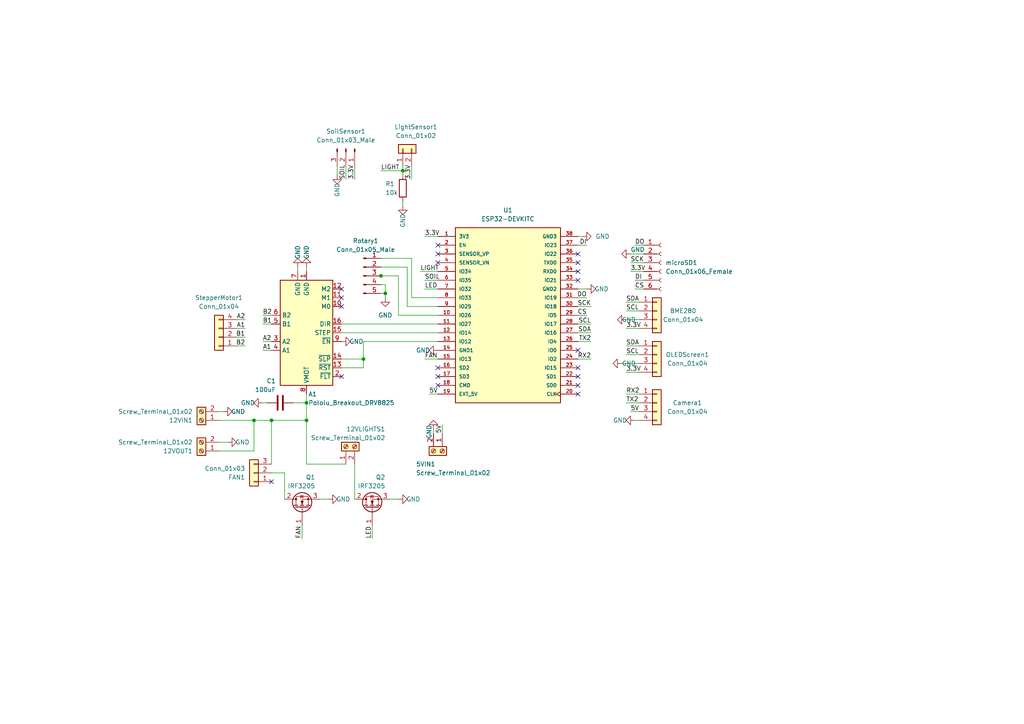
<source format=kicad_sch>
(kicad_sch (version 20211123) (generator eeschema)
  (paper "A4")
  (lib_symbols
    (symbol "Connector:Conn_01x03_Male" (pin_names (offset 1.016) hide)
      (property "Reference" "J" (at 0 5.08 0))
      (property "Value" "Conn_01x03_Male" (at 0 -5.08 0))
      (symbol "Conn_01x03_Male_1_1"
        (polyline (pts (xy 1.27 -2.54) (xy 0.8636 -2.54)) (stroke (width 0.1524)))
        (polyline (pts (xy 1.27 0) (xy 0.8636 0)) (stroke (width 0.1524)))
        (polyline (pts (xy 1.27 2.54) (xy 0.8636 2.54)) (stroke (width 0.1524)))
        (rectangle (start 0.8636 -2.413) (end 0 -2.667) (stroke (width 0.1524)) (fill (type outline)))
        (rectangle (start 0.8636 0.127) (end 0 -0.127) (stroke (width 0.1524)) (fill (type outline)))
        (rectangle (start 0.8636 2.667) (end 0 2.413) (stroke (width 0.1524)) (fill (type outline)))
        (pin passive line (at 5.08 2.54 180) (length 3.81) (name "Pin_1") (number "1"))
        (pin passive line (at 5.08 0 180) (length 3.81) (name "Pin_2") (number "2"))
        (pin passive line (at 5.08 -2.54 180) (length 3.81) (name "Pin_3") (number "3"))
      )
    )
    (symbol "Connector:Conn_01x05_Male" (pin_names (offset 1.016) hide)
      (property "Reference" "J" (at 0 7.62 0))
      (property "Value" "Conn_01x05_Male" (at 0 -7.62 0))
      (symbol "Conn_01x05_Male_1_1"
        (polyline (pts (xy 1.27 -5.08) (xy 0.8636 -5.08)) (stroke (width 0.1524)))
        (polyline (pts (xy 1.27 -2.54) (xy 0.8636 -2.54)) (stroke (width 0.1524)))
        (polyline (pts (xy 1.27 0) (xy 0.8636 0)) (stroke (width 0.1524)))
        (polyline (pts (xy 1.27 2.54) (xy 0.8636 2.54)) (stroke (width 0.1524)))
        (polyline (pts (xy 1.27 5.08) (xy 0.8636 5.08)) (stroke (width 0.1524)))
        (rectangle (start 0.8636 -4.953) (end 0 -5.207) (stroke (width 0.1524)) (fill (type outline)))
        (rectangle (start 0.8636 -2.413) (end 0 -2.667) (stroke (width 0.1524)) (fill (type outline)))
        (rectangle (start 0.8636 0.127) (end 0 -0.127) (stroke (width 0.1524)) (fill (type outline)))
        (rectangle (start 0.8636 2.667) (end 0 2.413) (stroke (width 0.1524)) (fill (type outline)))
        (rectangle (start 0.8636 5.207) (end 0 4.953) (stroke (width 0.1524)) (fill (type outline)))
        (pin passive line (at 5.08 5.08 180) (length 3.81) (name "Pin_1") (number "1"))
        (pin passive line (at 5.08 2.54 180) (length 3.81) (name "Pin_2") (number "2"))
        (pin passive line (at 5.08 0 180) (length 3.81) (name "Pin_3") (number "3"))
        (pin passive line (at 5.08 -2.54 180) (length 3.81) (name "Pin_4") (number "4"))
        (pin passive line (at 5.08 -5.08 180) (length 3.81) (name "Pin_5") (number "5"))
      )
    )
    (symbol "Connector:Conn_01x06_Female" (pin_names (offset 1.016) hide)
      (property "Reference" "J" (at 0 7.62 0))
      (property "Value" "Conn_01x06_Female" (at 0 -10.16 0))
      (symbol "Conn_01x06_Female_1_1"
        (arc (start 0 -7.112) (mid -0.508 -7.62) (end 0 -8.128) (stroke (width 0.1524)))
        (arc (start 0 -4.572) (mid -0.508 -5.08) (end 0 -5.588) (stroke (width 0.1524)))
        (arc (start 0 -2.032) (mid -0.508 -2.54) (end 0 -3.048) (stroke (width 0.1524)))
        (polyline (pts (xy -1.27 -7.62) (xy -0.508 -7.62)) (stroke (width 0.1524)))
        (polyline (pts (xy -1.27 -5.08) (xy -0.508 -5.08)) (stroke (width 0.1524)))
        (polyline (pts (xy -1.27 -2.54) (xy -0.508 -2.54)) (stroke (width 0.1524)))
        (polyline (pts (xy -1.27 0) (xy -0.508 0)) (stroke (width 0.1524)))
        (polyline (pts (xy -1.27 2.54) (xy -0.508 2.54)) (stroke (width 0.1524)))
        (polyline (pts (xy -1.27 5.08) (xy -0.508 5.08)) (stroke (width 0.1524)))
        (arc (start 0 0.508) (mid -0.508 0) (end 0 -0.508) (stroke (width 0.1524)))
        (arc (start 0 3.048) (mid -0.508 2.54) (end 0 2.032) (stroke (width 0.1524)))
        (arc (start 0 5.588) (mid -0.508 5.08) (end 0 4.572) (stroke (width 0.1524)))
        (pin passive line (at -5.08 5.08 0) (length 3.81) (name "Pin_1") (number "1"))
        (pin passive line (at -5.08 2.54 0) (length 3.81) (name "Pin_2") (number "2"))
        (pin passive line (at -5.08 0 0) (length 3.81) (name "Pin_3") (number "3"))
        (pin passive line (at -5.08 -2.54 0) (length 3.81) (name "Pin_4") (number "4"))
        (pin passive line (at -5.08 -5.08 0) (length 3.81) (name "Pin_5") (number "5"))
        (pin passive line (at -5.08 -7.62 0) (length 3.81) (name "Pin_6") (number "6"))
      )
    )
    (symbol "Connector:Screw_Terminal_01x02" (pin_names (offset 1.016) hide)
      (property "Reference" "J" (at 0 2.54 0))
      (property "Value" "Screw_Terminal_01x02" (at 0 -5.08 0))
      (symbol "Screw_Terminal_01x02_1_1"
        (rectangle (start -1.27 1.27) (end 1.27 -3.81) (stroke (width 0.254)) (fill (type background)))
        (circle (center 0 -2.54) (radius 0.635) (stroke (width 0.1524)))
        (polyline (pts (xy -0.5334 -2.2098) (xy 0.3302 -3.048)) (stroke (width 0.1524)))
        (polyline (pts (xy -0.5334 0.3302) (xy 0.3302 -0.508)) (stroke (width 0.1524)))
        (polyline (pts (xy -0.3556 -2.032) (xy 0.508 -2.8702)) (stroke (width 0.1524)))
        (polyline (pts (xy -0.3556 0.508) (xy 0.508 -0.3302)) (stroke (width 0.1524)))
        (circle (center 0 0) (radius 0.635) (stroke (width 0.1524)))
        (pin passive line (at -5.08 0 0) (length 3.81) (name "Pin_1") (number "1"))
        (pin passive line (at -5.08 -2.54 0) (length 3.81) (name "Pin_2") (number "2"))
      )
    )
    (symbol "Connector_Generic:Conn_01x02" (pin_names (offset 1.016) hide)
      (property "Reference" "J" (at 0 2.54 0))
      (property "Value" "Conn_01x02" (at 0 -5.08 0))
      (symbol "Conn_01x02_1_1"
        (rectangle (start -1.27 -2.413) (end 0 -2.667) (stroke (width 0.1524)))
        (rectangle (start -1.27 0.127) (end 0 -0.127) (stroke (width 0.1524)))
        (rectangle (start -1.27 1.27) (end 1.27 -3.81) (stroke (width 0.254)) (fill (type background)))
        (pin passive line (at -5.08 0 0) (length 3.81) (name "Pin_1") (number "1"))
        (pin passive line (at -5.08 -2.54 0) (length 3.81) (name "Pin_2") (number "2"))
      )
    )
    (symbol "Connector_Generic:Conn_01x03" (pin_names (offset 1.016) hide)
      (property "Reference" "J" (at 0 5.08 0))
      (property "Value" "Conn_01x03" (at 0 -5.08 0))
      (symbol "Conn_01x03_1_1"
        (rectangle (start -1.27 -2.413) (end 0 -2.667) (stroke (width 0.1524)))
        (rectangle (start -1.27 0.127) (end 0 -0.127) (stroke (width 0.1524)))
        (rectangle (start -1.27 2.667) (end 0 2.413) (stroke (width 0.1524)))
        (rectangle (start -1.27 3.81) (end 1.27 -3.81) (stroke (width 0.254)) (fill (type background)))
        (pin passive line (at -5.08 2.54 0) (length 3.81) (name "Pin_1") (number "1"))
        (pin passive line (at -5.08 0 0) (length 3.81) (name "Pin_2") (number "2"))
        (pin passive line (at -5.08 -2.54 0) (length 3.81) (name "Pin_3") (number "3"))
      )
    )
    (symbol "Connector_Generic:Conn_01x04" (pin_names (offset 1.016) hide)
      (property "Reference" "J" (at 0 5.08 0))
      (property "Value" "Conn_01x04" (at 0 -7.62 0))
      (symbol "Conn_01x04_1_1"
        (rectangle (start -1.27 -4.953) (end 0 -5.207) (stroke (width 0.1524)))
        (rectangle (start -1.27 -2.413) (end 0 -2.667) (stroke (width 0.1524)))
        (rectangle (start -1.27 0.127) (end 0 -0.127) (stroke (width 0.1524)))
        (rectangle (start -1.27 2.667) (end 0 2.413) (stroke (width 0.1524)))
        (rectangle (start -1.27 3.81) (end 1.27 -6.35) (stroke (width 0.254)) (fill (type background)))
        (pin passive line (at -5.08 2.54 0) (length 3.81) (name "Pin_1") (number "1"))
        (pin passive line (at -5.08 0 0) (length 3.81) (name "Pin_2") (number "2"))
        (pin passive line (at -5.08 -2.54 0) (length 3.81) (name "Pin_3") (number "3"))
        (pin passive line (at -5.08 -5.08 0) (length 3.81) (name "Pin_4") (number "4"))
      )
    )
    (symbol "Device:C" (pin_numbers hide) (pin_names (offset 0.254))
      (property "Reference" "C" (at 0.635 2.54 0))
      (property "Value" "C" (at 0.635 -2.54 0))
      (symbol "C_0_1"
        (polyline (pts (xy -2.032 -0.762) (xy 2.032 -0.762)) (stroke (width 0.508)))
        (polyline (pts (xy -2.032 0.762) (xy 2.032 0.762)) (stroke (width 0.508)))
      )
      (symbol "C_1_1"
        (pin passive line (at 0 3.81 270) (length 2.794) (name "~") (number "1"))
        (pin passive line (at 0 -3.81 90) (length 2.794) (name "~") (number "2"))
      )
    )
    (symbol "Device:R" (pin_numbers hide) (pin_names (offset 0))
      (property "Reference" "R" (at 2.032 0 90))
      (property "Value" "R" (at 0 0 90))
      (symbol "R_0_1"
        (rectangle (start -1.016 -2.54) (end 1.016 2.54) (stroke (width 0.254)))
      )
      (symbol "R_1_1"
        (pin passive line (at 0 3.81 270) (length 1.27) (name "~") (number "1"))
        (pin passive line (at 0 -3.81 90) (length 1.27) (name "~") (number "2"))
      )
    )
    (symbol "Driver_Motor:Pololu_Breakout_DRV8825"
      (property "Reference" "A" (at -2.54 16.51 0))
      (property "Value" "Pololu_Breakout_DRV8825" (at -2.54 13.97 0))
      (symbol "Pololu_Breakout_DRV8825_0_1"
        (rectangle (start 7.62 -17.78) (end -7.62 12.7) (stroke (width 0.254)) (fill (type background)))
      )
      (symbol "Pololu_Breakout_DRV8825_1_1"
        (pin power_in line (at 0 -20.32 90) (length 2.54) (name "GND") (number "1"))
        (pin input line (at -10.16 -10.16 0) (length 2.54) (name "M0") (number "10"))
        (pin input line (at -10.16 -12.7 0) (length 2.54) (name "M1") (number "11"))
        (pin input line (at -10.16 -15.24 0) (length 2.54) (name "M2") (number "12"))
        (pin input line (at -10.16 7.62 0) (length 2.54) (name "~{RST}") (number "13"))
        (pin input line (at -10.16 5.08 0) (length 2.54) (name "~{SLP}") (number "14"))
        (pin input line (at -10.16 -2.54 0) (length 2.54) (name "STEP") (number "15"))
        (pin input line (at -10.16 -5.08 0) (length 2.54) (name "DIR") (number "16"))
        (pin output line (at -10.16 10.16 0) (length 2.54) (name "~{FLT}") (number "2"))
        (pin output line (at 10.16 0 180) (length 2.54) (name "A2") (number "3"))
        (pin output line (at 10.16 2.54 180) (length 2.54) (name "A1") (number "4"))
        (pin output line (at 10.16 -5.08 180) (length 2.54) (name "B1") (number "5"))
        (pin output line (at 10.16 -7.62 180) (length 2.54) (name "B2") (number "6"))
        (pin power_in line (at 2.54 -20.32 90) (length 2.54) (name "GND") (number "7"))
        (pin power_in line (at 0 15.24 270) (length 2.54) (name "VMOT") (number "8"))
        (pin input line (at -10.16 0 0) (length 2.54) (name "~{EN}") (number "9"))
      )
    )
    (symbol "ESP32-DEVKITC:ESP32-DEVKITC" (pin_names (offset 1.016))
      (property "Reference" "U" (at -15.2654 26.0604 0))
      (property "Value" "ESP32-DEVKITC" (at -15.2654 -27.9654 0))
      (symbol "ESP32-DEVKITC_0_0"
        (rectangle (start -15.24 -25.4) (end 15.24 25.4) (stroke (width 0.254)) (fill (type background)))
        (pin power_in line (at -20.32 22.86 0) (length 5.08) (name "3V3") (number "1"))
        (pin bidirectional line (at -20.32 0 0) (length 5.08) (name "IO26") (number "10"))
        (pin bidirectional line (at -20.32 -2.54 0) (length 5.08) (name "IO27") (number "11"))
        (pin bidirectional line (at -20.32 -5.08 0) (length 5.08) (name "IO14") (number "12"))
        (pin bidirectional line (at -20.32 -7.62 0) (length 5.08) (name "IO12") (number "13"))
        (pin power_in line (at -20.32 -10.16 0) (length 5.08) (name "GND1") (number "14"))
        (pin bidirectional line (at -20.32 -12.7 0) (length 5.08) (name "IO13") (number "15"))
        (pin bidirectional line (at -20.32 -15.24 0) (length 5.08) (name "SD2") (number "16"))
        (pin bidirectional line (at -20.32 -17.78 0) (length 5.08) (name "SD3") (number "17"))
        (pin bidirectional line (at -20.32 -20.32 0) (length 5.08) (name "CMD") (number "18"))
        (pin power_in line (at -20.32 -22.86 0) (length 5.08) (name "EXT_5V") (number "19"))
        (pin input line (at -20.32 20.32 0) (length 5.08) (name "EN") (number "2"))
        (pin input clock (at 20.32 -22.86 180) (length 5.08) (name "CLK") (number "20"))
        (pin bidirectional line (at 20.32 -20.32 180) (length 5.08) (name "SD0") (number "21"))
        (pin bidirectional line (at 20.32 -17.78 180) (length 5.08) (name "SD1") (number "22"))
        (pin bidirectional line (at 20.32 -15.24 180) (length 5.08) (name "IO15") (number "23"))
        (pin bidirectional line (at 20.32 -12.7 180) (length 5.08) (name "IO2") (number "24"))
        (pin bidirectional line (at 20.32 -10.16 180) (length 5.08) (name "IO0") (number "25"))
        (pin bidirectional line (at 20.32 -7.62 180) (length 5.08) (name "IO4") (number "26"))
        (pin bidirectional line (at 20.32 -5.08 180) (length 5.08) (name "IO16") (number "27"))
        (pin bidirectional line (at 20.32 -2.54 180) (length 5.08) (name "IO17") (number "28"))
        (pin bidirectional line (at 20.32 0 180) (length 5.08) (name "IO5") (number "29"))
        (pin input line (at -20.32 17.78 0) (length 5.08) (name "SENSOR_VP") (number "3"))
        (pin bidirectional line (at 20.32 2.54 180) (length 5.08) (name "IO18") (number "30"))
        (pin bidirectional line (at 20.32 5.08 180) (length 5.08) (name "IO19") (number "31"))
        (pin power_in line (at 20.32 7.62 180) (length 5.08) (name "GND2") (number "32"))
        (pin bidirectional line (at 20.32 10.16 180) (length 5.08) (name "IO21") (number "33"))
        (pin input line (at 20.32 12.7 180) (length 5.08) (name "RXD0") (number "34"))
        (pin output line (at 20.32 15.24 180) (length 5.08) (name "TXD0") (number "35"))
        (pin bidirectional line (at 20.32 17.78 180) (length 5.08) (name "IO22") (number "36"))
        (pin bidirectional line (at 20.32 20.32 180) (length 5.08) (name "IO23") (number "37"))
        (pin power_in line (at 20.32 22.86 180) (length 5.08) (name "GND3") (number "38"))
        (pin input line (at -20.32 15.24 0) (length 5.08) (name "SENSOR_VN") (number "4"))
        (pin bidirectional line (at -20.32 12.7 0) (length 5.08) (name "IO34") (number "5"))
        (pin bidirectional line (at -20.32 10.16 0) (length 5.08) (name "IO35") (number "6"))
        (pin bidirectional line (at -20.32 7.62 0) (length 5.08) (name "IO32") (number "7"))
        (pin bidirectional line (at -20.32 5.08 0) (length 5.08) (name "IO33") (number "8"))
        (pin bidirectional line (at -20.32 2.54 0) (length 5.08) (name "IO25") (number "9"))
      )
    )
    (symbol "Transistor_FET:IRF3205" (pin_names hide)
      (property "Reference" "Q" (at 6.35 1.905 0))
      (property "Value" "IRF3205" (at 6.35 0 0))
      (symbol "IRF3205_0_1"
        (polyline (pts (xy 0.254 0) (xy -2.54 0)))
        (polyline (pts (xy 0.254 1.905) (xy 0.254 -1.905)) (stroke (width 0.254)))
        (polyline (pts (xy 0.762 -1.27) (xy 0.762 -2.286)) (stroke (width 0.254)))
        (polyline (pts (xy 0.762 0.508) (xy 0.762 -0.508)) (stroke (width 0.254)))
        (polyline (pts (xy 0.762 2.286) (xy 0.762 1.27)) (stroke (width 0.254)))
        (polyline (pts (xy 2.54 2.54) (xy 2.54 1.778)))
        (polyline (pts (xy 2.54 -2.54) (xy 2.54 0) (xy 0.762 0)))
        (polyline (pts (xy 0.762 -1.778) (xy 3.302 -1.778) (xy 3.302 1.778) (xy 0.762 1.778)))
        (polyline (pts (xy 1.016 0) (xy 2.032 0.381) (xy 2.032 -0.381) (xy 1.016 0)) (fill (type outline)))
        (polyline (pts (xy 2.794 0.508) (xy 2.921 0.381) (xy 3.683 0.381) (xy 3.81 0.254)))
        (polyline (pts (xy 3.302 0.381) (xy 2.921 -0.254) (xy 3.683 -0.254) (xy 3.302 0.381)))
        (circle (center 1.651 0) (radius 2.794) (stroke (width 0.254)))
        (circle (center 2.54 -1.778) (radius 0.254) (fill (type outline)))
        (circle (center 2.54 1.778) (radius 0.254) (fill (type outline)))
      )
      (symbol "IRF3205_1_1"
        (pin input line (at -5.08 0 0) (length 2.54) (name "G") (number "1"))
        (pin passive line (at 2.54 5.08 270) (length 2.54) (name "D") (number "2"))
        (pin passive line (at 2.54 -5.08 90) (length 2.54) (name "S") (number "3"))
      )
    )
    (symbol "power:GND" (power) (pin_names (offset 0))
      (property "Value" "GND" (at 0 -3.81 0))
      (symbol "GND_0_1"
        (polyline (pts (xy 0 0) (xy 0 -1.27) (xy 1.27 -1.27) (xy 0 -2.54) (xy -1.27 -1.27) (xy 0 -1.27)))
      )
      (symbol "GND_1_1"
        (pin power_in line (at 0 0 270) (length 0) hide (name "GND") (number "1"))
      )
    )
  )
  (junction (at 88.9 116.84))
  (junction (at 116.84 49.53))
  (junction (at 110.49 80.01))
  (junction (at 111.76 85.09))
  (junction (at 78.74 121.92))
  (junction (at 88.9 121.92))
  (junction (at 73.66 121.92))
  (junction (at 105.41 104.14))
  (no_connect (at 127 106.68))
  (no_connect (at 99.06 109.22))
  (no_connect (at 99.06 86.36))
  (no_connect (at 127 71.12))
  (no_connect (at 127 111.76))
  (no_connect (at 167.64 81.28))
  (no_connect (at 99.06 83.82))
  (no_connect (at 167.64 114.3))
  (no_connect (at 167.64 76.2))
  (no_connect (at 127 73.66))
  (no_connect (at 167.64 109.22))
  (no_connect (at 167.64 111.76))
  (no_connect (at 167.64 78.74))
  (no_connect (at 99.06 88.9))
  (no_connect (at 167.64 101.6))
  (no_connect (at 127 109.22))
  (no_connect (at 78.74 139.7))
  (no_connect (at 127 76.2))
  (no_connect (at 167.64 106.68))
  (no_connect (at 167.64 73.66))
  (wire (pts (xy 123.19 104.14) (xy 127 104.14)))
  (wire (pts (xy 107.95 156.21) (xy 107.95 152.4)))
  (wire (pts (xy 110.49 49.53) (xy 116.84 49.53)))
  (wire (pts (xy 184.15 71.12) (xy 186.69 71.12)))
  (wire (pts (xy 167.64 104.14) (xy 171.45 104.14)))
  (wire (pts (xy 182.88 78.74) (xy 186.69 78.74)))
  (wire (pts (xy 102.87 134.62) (xy 102.87 144.78)))
  (wire (pts (xy 88.9 116.84) (xy 88.9 121.92)))
  (wire (pts (xy 97.79 48.26) (xy 97.79 50.8)))
  (wire (pts (xy 118.11 77.47) (xy 110.49 77.47)))
  (wire (pts (xy 128.27 123.19) (xy 128.27 125.73)))
  (wire (pts (xy 127 91.44) (xy 115.57 91.44)))
  (wire (pts (xy 167.64 99.06) (xy 171.45 99.06)))
  (wire (pts (xy 105.41 99.06) (xy 127 99.06)))
  (wire (pts (xy 127 88.9) (xy 118.11 88.9)))
  (wire (pts (xy 110.49 85.09) (xy 111.76 85.09)))
  (wire (pts (xy 185.42 107.95) (xy 181.61 107.95)))
  (wire (pts (xy 181.61 100.33) (xy 185.42 100.33)))
  (wire (pts (xy 115.57 80.01) (xy 110.49 80.01)))
  (wire (pts (xy 181.61 102.87) (xy 185.42 102.87)))
  (wire (pts (xy 113.03 144.78) (xy 115.57 144.78)))
  (wire (pts (xy 185.42 116.84) (xy 181.61 116.84)))
  (wire (pts (xy 181.61 114.3) (xy 185.42 114.3)))
  (wire (pts (xy 73.66 121.92) (xy 73.66 130.81)))
  (wire (pts (xy 110.49 82.55) (xy 111.76 82.55)))
  (wire (pts (xy 167.64 68.58) (xy 168.91 68.58)))
  (wire (pts (xy 170.18 91.44) (xy 167.64 91.44)))
  (wire (pts (xy 185.42 92.71) (xy 181.61 92.71)))
  (wire (pts (xy 119.38 52.07) (xy 119.38 48.26)))
  (wire (pts (xy 76.2 91.44) (xy 78.74 91.44)))
  (wire (pts (xy 76.2 93.98) (xy 78.74 93.98)))
  (wire (pts (xy 119.38 86.36) (xy 119.38 74.93)))
  (wire (pts (xy 73.66 121.92) (xy 78.74 121.92)))
  (wire (pts (xy 124.46 114.3) (xy 127 114.3)))
  (wire (pts (xy 115.57 91.44) (xy 115.57 80.01)))
  (wire (pts (xy 167.64 96.52) (xy 171.45 96.52)))
  (wire (pts (xy 167.64 83.82) (xy 170.18 83.82)))
  (wire (pts (xy 181.61 87.63) (xy 185.42 87.63)))
  (wire (pts (xy 76.2 116.84) (xy 77.47 116.84)))
  (wire (pts (xy 182.88 119.38) (xy 185.42 119.38)))
  (wire (pts (xy 99.06 96.52) (xy 127 96.52)))
  (wire (pts (xy 118.11 88.9) (xy 118.11 77.47)))
  (wire (pts (xy 116.84 48.26) (xy 116.84 49.53)))
  (wire (pts (xy 71.12 92.71) (xy 68.58 92.71)))
  (wire (pts (xy 170.18 86.36) (xy 167.64 86.36)))
  (wire (pts (xy 127 86.36) (xy 119.38 86.36)))
  (wire (pts (xy 88.9 114.3) (xy 88.9 116.84)))
  (wire (pts (xy 167.64 71.12) (xy 170.18 71.12)))
  (wire (pts (xy 78.74 121.92) (xy 78.74 134.62)))
  (wire (pts (xy 88.9 78.74) (xy 88.9 77.47)))
  (wire (pts (xy 111.76 82.55) (xy 111.76 85.09)))
  (wire (pts (xy 182.88 73.66) (xy 186.69 73.66)))
  (wire (pts (xy 63.5 121.92) (xy 73.66 121.92)))
  (wire (pts (xy 123.19 68.58) (xy 127 68.58)))
  (wire (pts (xy 78.74 121.92) (xy 88.9 121.92)))
  (wire (pts (xy 123.19 83.82) (xy 127 83.82)))
  (wire (pts (xy 110.49 80.01) (xy 109.22 80.01)))
  (wire (pts (xy 184.15 83.82) (xy 186.69 83.82)))
  (wire (pts (xy 63.5 130.81) (xy 73.66 130.81)))
  (wire (pts (xy 185.42 95.25) (xy 181.61 95.25)))
  (wire (pts (xy 102.87 52.07) (xy 102.87 48.26)))
  (wire (pts (xy 100.33 48.26) (xy 100.33 52.07)))
  (wire (pts (xy 87.63 156.21) (xy 87.63 152.4)))
  (wire (pts (xy 121.92 78.74) (xy 127 78.74)))
  (wire (pts (xy 63.5 119.38) (xy 64.77 119.38)))
  (wire (pts (xy 100.33 134.62) (xy 88.9 134.62)))
  (wire (pts (xy 82.55 137.16) (xy 82.55 144.78)))
  (wire (pts (xy 184.15 81.28) (xy 186.69 81.28)))
  (wire (pts (xy 99.06 106.68) (xy 105.41 106.68)))
  (wire (pts (xy 125.73 124.46) (xy 125.73 125.73)))
  (wire (pts (xy 182.88 76.2) (xy 186.69 76.2)))
  (wire (pts (xy 78.74 137.16) (xy 82.55 137.16)))
  (wire (pts (xy 119.38 74.93) (xy 110.49 74.93)))
  (wire (pts (xy 116.84 58.42) (xy 116.84 59.69)))
  (wire (pts (xy 99.06 104.14) (xy 105.41 104.14)))
  (wire (pts (xy 99.06 93.98) (xy 127 93.98)))
  (wire (pts (xy 111.76 85.09) (xy 111.76 86.36)))
  (wire (pts (xy 116.84 50.8) (xy 116.84 49.53)))
  (wire (pts (xy 71.12 97.79) (xy 68.58 97.79)))
  (wire (pts (xy 105.41 104.14) (xy 105.41 106.68)))
  (wire (pts (xy 167.64 88.9) (xy 171.45 88.9)))
  (wire (pts (xy 76.2 99.06) (xy 78.74 99.06)))
  (wire (pts (xy 92.71 144.78) (xy 95.25 144.78)))
  (wire (pts (xy 88.9 134.62) (xy 88.9 121.92)))
  (wire (pts (xy 71.12 100.33) (xy 68.58 100.33)))
  (wire (pts (xy 63.5 128.27) (xy 66.04 128.27)))
  (wire (pts (xy 105.41 99.06) (xy 105.41 104.14)))
  (wire (pts (xy 71.12 95.25) (xy 68.58 95.25)))
  (wire (pts (xy 181.61 90.17) (xy 185.42 90.17)))
  (wire (pts (xy 123.19 81.28) (xy 127 81.28)))
  (wire (pts (xy 171.45 93.98) (xy 167.64 93.98)))
  (wire (pts (xy 76.2 101.6) (xy 78.74 101.6)))
  (wire (pts (xy 184.15 121.92) (xy 185.42 121.92)))
  (wire (pts (xy 86.36 77.47) (xy 86.36 78.74)))
  (wire (pts (xy 185.42 105.41) (xy 180.34 105.41)))
  (wire (pts (xy 85.09 116.84) (xy 88.9 116.84)))
  (label "SOIL" (at 123.19 81.28 0))
  (label "SDA" (at 181.61 87.63 0))
  (label "SDA" (at 171.45 96.52 180))
  (label "DO" (at 184.15 71.12 0))
  (label "FAN" (at 87.63 156.21 90))
  (label "SCL" (at 181.61 90.17 0))
  (label "DI" (at 184.15 81.28 0))
  (label "LED" (at 123.19 83.82 0))
  (label "A1" (at 76.2 101.6 0))
  (label "B2" (at 71.12 100.33 180))
  (label "SCL" (at 181.61 102.87 0))
  (label "5V" (at 182.88 119.38 0))
  (label "SCL" (at 171.45 93.98 180))
  (label "A1" (at 71.12 95.25 180))
  (label "3.3V" (at 119.38 52.07 90))
  (label "DI" (at 170.18 71.12 180))
  (label "SOIL" (at 100.33 52.07 90))
  (label "SCK" (at 182.88 76.2 0))
  (label "3.3V" (at 102.87 52.07 90))
  (label "LED" (at 107.95 156.21 90))
  (label "DO" (at 170.18 86.36 180))
  (label "CS" (at 184.15 83.82 0))
  (label "3.3V" (at 181.61 95.25 0))
  (label "LIGHT" (at 110.49 49.53 0))
  (label "3.3V" (at 123.19 68.58 0))
  (label "TX2" (at 171.45 99.06 180))
  (label "3.3V" (at 182.88 78.74 0))
  (label "A2" (at 71.12 92.71 180))
  (label "SDA" (at 181.61 100.33 0))
  (label "5V" (at 124.46 114.3 0))
  (label "SCK" (at 171.45 88.9 180))
  (label "RX2" (at 181.61 114.3 0))
  (label "3.3V" (at 181.61 107.95 0))
  (label "A2" (at 76.2 99.06 0))
  (label "RX2" (at 171.45 104.14 180))
  (label "B1" (at 76.2 93.98 0))
  (label "FAN" (at 123.19 104.14 0))
  (label "B1" (at 71.12 97.79 180))
  (label "B2" (at 76.2 91.44 0))
  (label "TX2" (at 181.61 116.84 0))
  (label "LIGHT" (at 121.92 78.74 0))
  (label "CS" (at 170.18 91.44 180))
  (label "5V" (at 128.27 123.19 270))
  (symbol (lib_id "Driver_Motor:Pololu_Breakout_DRV8825") (at 88.9 99.06 180) (unit 1)
    (property "Reference" "A1" (at 89.4206 114.3 0) (effects (justify right)))
    (property "Value" "Pololu_Breakout_DRV8825" (at 89.4206 116.84 0) (effects (justify right)))
    (property "Footprint" "Module:Pololu_Breakout-16_15.2x20.3mm" (effects hide))
    (property "Datasheet" "https://www.pololu.com/product/2982" (effects hide))
  )
  (symbol (lib_id "power:GND") (at 66.04 128.27 90) (unit 1)
    (property "Reference" "#PWR02" (effects hide))
    (property "Value" "GND" (at 72.39 128.27 90) (effects (justify left)))
  )
  (symbol (lib_id "Connector:Screw_Terminal_01x02") (at 128.27 130.81 270) (unit 1)
    (property "Reference" "5VIN1" (at 120.65 134.62 90) (effects (justify left)))
    (property "Value" "Screw_Terminal_01x02" (at 120.65 137.16 90) (effects (justify left)))
    (property "Footprint" "TerminalBlock_2x5mm:691502710002" (effects hide))
  )
  (symbol (lib_id "power:GND") (at 180.34 105.41 270) (unit 1)
    (property "Reference" "#PWR017" (effects hide))
    (property "Value" "GND" (at 180.34 105.41 90) (effects (justify left)))
  )
  (symbol (lib_id "Device:C") (at 81.28 116.84 90) (unit 1)
    (property "Reference" "C1" (at 80.01 110.49 90) (effects (justify left)))
    (property "Value" "100uF" (at 80.01 113.03 90) (effects (justify left)))
    (property "Footprint" "Capacitor_SMD:C_0805_2012Metric" (effects hide))
  )
  (symbol (lib_id "ESP32-DEVKITC:ESP32-DEVKITC") (at 147.32 91.44 0) (unit 1)
    (property "Reference" "U1" (at 147.32 60.96 0))
    (property "Value" "ESP32-DEVKITC" (at 147.32 63.5 0))
    (property "Footprint" "ESP32:MODULE_ESP32-DEVKITC" (effects hide))
    (property "PARTREV" "N/A" (effects hide))
    (property "STANDARD" "Manufacturer Recommendations" (effects hide))
    (property "MANUFACTURER" "ESPRESSIF" (effects hide))
  )
  (symbol (lib_id "Transistor_FET:IRF3205") (at 107.95 147.32 90) (unit 1)
    (property "Reference" "Q2" (at 111.76 138.43 90) (effects (justify left)))
    (property "Value" "IRF3205" (at 111.76 140.97 90) (effects (justify left)))
    (property "Footprint" "IRF3205STRLPBF:TO254P1524X483-4N" (effects hide))
    (property "Datasheet" "http://www.irf.com/product-info/datasheets/data/irf3205.pdf" (effects hide))
  )
  (symbol (lib_id "power:GND") (at 64.77 119.38 90) (unit 1)
    (property "Reference" "#PWR01" (effects hide))
    (property "Value" "GND" (at 71.12 119.38 90) (effects (justify left)))
  )
  (symbol (lib_id "power:GND") (at 95.25 144.78 90) (unit 1)
    (property "Reference" "#PWR06" (effects hide))
    (property "Value" "GND" (at 101.6 144.78 90) (effects (justify left)))
  )
  (symbol (lib_id "Connector:Screw_Terminal_01x02") (at 100.33 129.54 90) (unit 1)
    (property "Reference" "12VLIGHTS1" (at 111.76 124.46 90) (effects (justify left)))
    (property "Value" "Screw_Terminal_01x02" (at 111.76 127 90) (effects (justify left)))
    (property "Footprint" "TerminalBlock_2x5mm:691502710002" (effects hide))
  )
  (symbol (lib_id "power:GND") (at 184.15 121.92 270) (unit 1)
    (property "Reference" "#PWR013" (effects hide))
    (property "Value" "GND" (at 177.8 121.92 90) (effects (justify left)))
  )
  (symbol (lib_id "Connector_Generic:Conn_01x04") (at 190.5 102.87 0) (unit 1)
    (property "Reference" "OLEDScreen1" (at 199.39 102.87 0))
    (property "Value" "Conn_01x04" (at 199.39 105.41 0))
    (property "Footprint" "Connector_JST:JST_XH_B4B-XH-A_1x04_P2.50mm_Vertical" (effects hide))
  )
  (symbol (lib_id "Connector_Generic:Conn_01x03") (at 73.66 137.16 180) (unit 1)
    (property "Reference" "FAN1" (at 71.12 138.43 0) (effects (justify left)))
    (property "Value" "Conn_01x03" (at 71.12 135.89 0) (effects (justify left)))
    (property "Footprint" "Connector_JST:JST_XH_B3B-XH-A_1x03_P2.50mm_Vertical" (effects hide))
  )
  (symbol (lib_id "Connector_Generic:Conn_01x04") (at 63.5 97.79 180) (unit 1)
    (property "Reference" "StepperMotor1" (at 63.5 86.36 0))
    (property "Value" "Conn_01x04" (at 63.5 88.9 0))
    (property "Footprint" "Connector_JST:JST_XH_B4B-XH-A_1x04_P2.50mm_Vertical" (effects hide))
  )
  (symbol (lib_id "power:GND") (at 116.84 59.69 0) (unit 1)
    (property "Reference" "#PWR09" (effects hide))
    (property "Value" "GND" (at 116.84 66.04 90) (effects (justify left)))
  )
  (symbol (lib_id "Device:R") (at 116.84 54.61 180) (unit 1)
    (property "Reference" "R1" (at 111.76 53.34 0) (effects (justify right)))
    (property "Value" "10k" (at 111.76 55.88 0) (effects (justify right)))
    (property "Footprint" "Resistor_SMD:R_0805_2012Metric" (effects hide))
  )
  (symbol (lib_id "power:GND") (at 182.88 73.66 270) (unit 1)
    (property "Reference" "#PWR018" (effects hide))
    (property "Value" "GND" (at 182.88 72.39 90) (effects (justify left)))
  )
  (symbol (lib_id "power:GND") (at 168.91 68.58 90) (unit 1)
    (property "Reference" "#PWR015" (effects hide))
    (property "Value" "GND" (at 172.72 68.5799 90) (effects (justify right)))
  )
  (symbol (lib_id "power:GND") (at 127 101.6 270) (unit 1)
    (property "Reference" "#PWR012" (effects hide))
    (property "Value" "GND" (at 120.65 101.6 90) (effects (justify left)))
  )
  (symbol (lib_id "Transistor_FET:IRF3205") (at 87.63 147.32 90) (unit 1)
    (property "Reference" "Q1" (at 91.44 138.43 90) (effects (justify left)))
    (property "Value" "IRF3205" (at 91.44 140.97 90) (effects (justify left)))
    (property "Footprint" "IRF3205STRLPBF:TO254P1524X483-4N" (effects hide))
    (property "Datasheet" "http://www.irf.com/product-info/datasheets/data/irf3205.pdf" (effects hide))
  )
  (symbol (lib_id "Connector:Conn_01x03_Male") (at 100.33 43.18 270) (unit 1)
    (property "Reference" "SoilSensor1" (at 100.33 38.1 90))
    (property "Value" "Conn_01x03_Male" (at 100.33 40.64 90))
    (property "Footprint" "Connector_PinHeader_2.54mm:PinHeader_1x03_P2.54mm_Vertical" (effects hide))
  )
  (symbol (lib_id "Connector:Conn_01x06_Female") (at 191.77 76.2 0) (unit 1)
    (property "Reference" "microSD1" (at 193.04 76.1999 0) (effects (justify left)))
    (property "Value" "Conn_01x06_Female" (at 193.04 78.7399 0) (effects (justify left)))
    (property "Footprint" "Connector_PinSocket_2.54mm:PinSocket_1x06_P2.54mm_Vertical" (effects hide))
    (property "Spice_Primitive" "M" (effects hide))
    (property "Spice_Model" "Conn_01x06_Female" (effects hide))
    (property "Spice_Netlist_Enabled" "Y" (effects hide))
  )
  (symbol (lib_id "power:GND") (at 125.73 124.46 180) (unit 1)
    (property "Reference" "#PWR011" (effects hide))
    (property "Value" "GND" (at 124.46 123.19 90) (effects (justify left)))
  )
  (symbol (lib_id "power:GND") (at 88.9 77.47 180) (unit 1)
    (property "Reference" "#PWR05" (effects hide))
    (property "Value" "GND" (at 88.9 71.12 90) (effects (justify left)))
  )
  (symbol (lib_id "power:GND") (at 99.06 99.06 90) (unit 1)
    (property "Reference" "#PWR07" (effects hide))
    (property "Value" "GND" (at 105.41 99.06 90) (effects (justify left)))
  )
  (symbol (lib_id "power:GND") (at 86.36 77.47 180) (unit 1)
    (property "Reference" "#PWR04" (effects hide))
    (property "Value" "GND" (at 86.36 71.12 90) (effects (justify left)))
  )
  (symbol (lib_id "power:GND") (at 76.2 116.84 270) (unit 1)
    (property "Reference" "#PWR03" (effects hide))
    (property "Value" "GND" (at 69.85 116.84 90) (effects (justify left)))
  )
  (symbol (lib_id "Connector_Generic:Conn_01x02") (at 116.84 43.18 90) (unit 1)
    (property "Reference" "LightSensor1" (at 120.65 36.83 90))
    (property "Value" "Conn_01x02" (at 120.65 39.37 90))
    (property "Footprint" "Connector_JST:JST_XH_B2B-XH-A_1x02_P2.50mm_Vertical" (effects hide))
  )
  (symbol (lib_id "Connector:Screw_Terminal_01x02") (at 58.42 130.81 180) (unit 1)
    (property "Reference" "12VOUT1" (at 55.88 130.8101 0) (effects (justify left)))
    (property "Value" "Screw_Terminal_01x02" (at 55.88 128.2701 0) (effects (justify left)))
    (property "Footprint" "TerminalBlock_2x5mm:691502710002" (effects hide))
  )
  (symbol (lib_id "power:GND") (at 170.18 83.82 90) (unit 1)
    (property "Reference" "#PWR0101" (effects hide))
    (property "Value" "GND" (at 176.53 83.82 90) (effects (justify left)))
  )
  (symbol (lib_id "power:GND") (at 111.76 86.36 0) (unit 1)
    (property "Reference" "#PWR0102" (effects hide))
    (property "Value" "GND" (at 111.76 91.44 0))
  )
  (symbol (lib_id "Connector:Conn_01x05_Male") (at 105.41 80.01 0) (unit 1)
    (property "Reference" "Rotary1" (at 106.045 69.85 0))
    (property "Value" "Conn_01x05_Male" (at 106.045 72.39 0))
    (property "Footprint" "Connector_PinHeader_2.54mm:PinHeader_1x05_P2.54mm_Vertical" (effects hide))
  )
  (symbol (lib_id "power:GND") (at 181.61 92.71 270) (unit 1)
    (property "Reference" "#PWR014" (effects hide))
    (property "Value" "GND" (at 180.34 92.71 90) (effects (justify left)))
  )
  (symbol (lib_id "Connector_Generic:Conn_01x04") (at 190.5 90.17 0) (unit 1)
    (property "Reference" "BME280" (at 198.12 90.17 0))
    (property "Value" "Conn_01x04" (at 198.12 92.71 0))
    (property "Footprint" "Connector_JST:JST_XH_B4B-XH-A_1x04_P2.50mm_Vertical" (effects hide))
  )
  (symbol (lib_id "Connector:Screw_Terminal_01x02") (at 58.42 121.92 180) (unit 1)
    (property "Reference" "12VIN1" (at 55.88 121.92 0) (effects (justify left)))
    (property "Value" "Screw_Terminal_01x02" (at 55.88 119.3801 0) (effects (justify left)))
    (property "Footprint" "TerminalBlock_2x5mm:691502710002" (effects hide))
  )
  (symbol (lib_id "power:GND") (at 97.79 50.8 0) (unit 1)
    (property "Reference" "#PWR08" (effects hide))
    (property "Value" "GND" (at 97.79 57.15 90) (effects (justify left)))
  )
  (symbol (lib_id "power:GND") (at 115.57 144.78 90) (unit 1)
    (property "Reference" "#PWR010" (effects hide))
    (property "Value" "GND" (at 121.92 144.78 90) (effects (justify left)))
  )
  (symbol (lib_id "Connector_Generic:Conn_01x04") (at 190.5 116.84 0) (unit 1)
    (property "Reference" "Camera1" (at 199.39 116.84 0))
    (property "Value" "Conn_01x04" (at 199.39 119.38 0))
    (property "Footprint" "Connector_JST:JST_XH_B4B-XH-A_1x04_P2.50mm_Vertical" (effects hide))
  )
)
</source>
